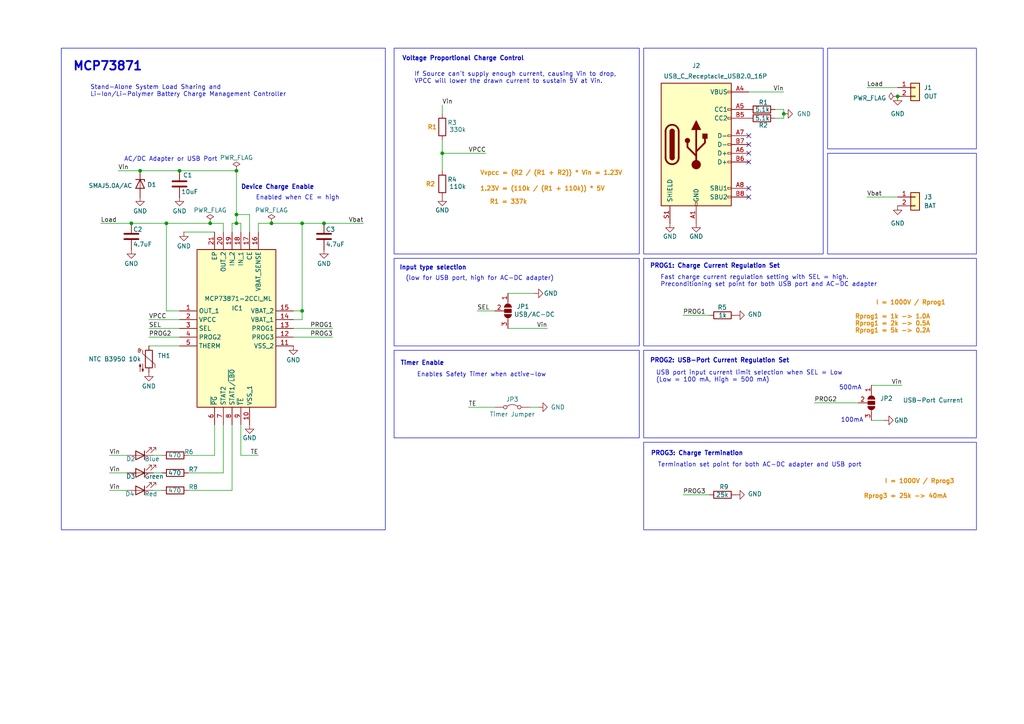
<source format=kicad_sch>
(kicad_sch (version 20250114) (generator "eeschema") (generator_version "9.0")
  (paper "A4")
  (lib_symbols
    (symbol "Connector:USB_C_Receptacle_USB2.0_16P" (pin_names (offset 1.016))
      (property "Reference" "J" (at 0 22.225 0))
      (property "Value" "USB_C_Receptacle_USB2.0_16P" (at 0 19.685 0))
      (symbol "USB_C_Receptacle_USB2.0_16P_0_0"
        (rectangle (start -0.254 -17.78) (end 0.254 -16.764))
        (rectangle (start 10.16 15.494) (end 9.144 14.986))
        (rectangle (start 10.16 10.414) (end 9.144 9.906))
        (rectangle (start 10.16 7.874) (end 9.144 7.366))
        (rectangle (start 10.16 2.794) (end 9.144 2.286))
        (rectangle (start 10.16 0.254) (end 9.144 -0.254))
        (rectangle (start 10.16 -2.286) (end 9.144 -2.794))
        (rectangle (start 10.16 -4.826) (end 9.144 -5.334))
        (rectangle (start 10.16 -12.446) (end 9.144 -12.954))
        (rectangle (start 10.16 -14.986) (end 9.144 -15.494))
      )
      (symbol "USB_C_Receptacle_USB2.0_16P_0_1"
        (rectangle (start -10.16 17.78) (end 10.16 -17.78) (stroke (width 0.254)) (fill (type background)))
        (polyline (pts (xy -8.89 -3.81) (xy -8.89 3.81)) (stroke (width 0.508)))
        (rectangle (start -7.62 -3.81) (end -6.35 3.81) (stroke (width 0.254)) (fill (type outline)))
        (arc (start -7.62 3.81) (mid -6.985 4.4423) (end -6.35 3.81) (stroke (width 0.254)))
        (arc (start -7.62 3.81) (mid -6.985 4.4423) (end -6.35 3.81) (stroke (width 0.254)) (fill (type outline)))
        (arc (start -8.89 3.81) (mid -6.985 5.7067) (end -5.08 3.81) (stroke (width 0.508)))
        (arc (start -5.08 -3.81) (mid -6.985 -5.7067) (end -8.89 -3.81) (stroke (width 0.508)))
        (arc (start -6.35 -3.81) (mid -6.985 -4.4423) (end -7.62 -3.81) (stroke (width 0.254)))
        (arc (start -6.35 -3.81) (mid -6.985 -4.4423) (end -7.62 -3.81) (stroke (width 0.254)) (fill (type outline)))
        (polyline (pts (xy -5.08 3.81) (xy -5.08 -3.81)) (stroke (width 0.508)))
        (circle (center -2.54 1.143) (radius 0.635) (stroke (width 0.254)) (fill (type outline)))
        (polyline (pts (xy -1.27 4.318) (xy 0 6.858) (xy 1.27 4.318) (xy -1.27 4.318)) (stroke (width 0.254)) (fill (type outline)))
        (polyline (pts (xy 0 -2.032) (xy 2.54 0.508) (xy 2.54 1.778)) (stroke (width 0.508)))
        (polyline (pts (xy 0 -3.302) (xy -2.54 -0.762) (xy -2.54 0.508)) (stroke (width 0.508)))
        (polyline (pts (xy 0 -5.842) (xy 0 4.318)) (stroke (width 0.508)))
        (circle (center 0 -5.842) (radius 1.27) (fill (type outline)))
        (rectangle (start 1.905 1.778) (end 3.175 3.048) (stroke (width 0.254)) (fill (type outline)))
      )
      (symbol "USB_C_Receptacle_USB2.0_16P_1_1"
        (pin passive line (at -7.62 -22.86 90) (length 5.08) (name "SHIELD") (number "S1"))
        (pin passive line (at 0 -22.86 90) (length 5.08) (name "GND") (number "A1"))
        (pin passive line (at 0 -22.86 90) (length 5.08) (hide yes) (name "GND") (number "A12"))
        (pin passive line (at 0 -22.86 90) (length 5.08) (hide yes) (name "GND") (number "B1"))
        (pin passive line (at 0 -22.86 90) (length 5.08) (hide yes) (name "GND") (number "B12"))
        (pin passive line (at 15.24 15.24 180) (length 5.08) (name "VBUS") (number "A4"))
        (pin passive line (at 15.24 15.24 180) (length 5.08) (hide yes) (name "VBUS") (number "A9"))
        (pin passive line (at 15.24 15.24 180) (length 5.08) (hide yes) (name "VBUS") (number "B4"))
        (pin passive line (at 15.24 15.24 180) (length 5.08) (hide yes) (name "VBUS") (number "B9"))
        (pin bidirectional line (at 15.24 10.16 180) (length 5.08) (name "CC1") (number "A5"))
        (pin bidirectional line (at 15.24 7.62 180) (length 5.08) (name "CC2") (number "B5"))
        (pin bidirectional line (at 15.24 2.54 180) (length 5.08) (name "D-") (number "A7"))
        (pin bidirectional line (at 15.24 0 180) (length 5.08) (name "D-") (number "B7"))
        (pin bidirectional line (at 15.24 -2.54 180) (length 5.08) (name "D+") (number "A6"))
        (pin bidirectional line (at 15.24 -5.08 180) (length 5.08) (name "D+") (number "B6"))
        (pin bidirectional line (at 15.24 -12.7 180) (length 5.08) (name "SBU1") (number "A8"))
        (pin bidirectional line (at 15.24 -15.24 180) (length 5.08) (name "SBU2") (number "B8"))
      )
    )
    (symbol "Connector_Generic:Conn_01x02" (pin_names (offset 1.016) (hide yes))
      (property "Reference" "J" (at 0 2.54 0))
      (property "Value" "Conn_01x02" (at 0 -5.08 0))
      (symbol "Conn_01x02_1_1"
        (rectangle (start -1.27 1.27) (end 1.27 -3.81) (stroke (width 0.254)) (fill (type background)))
        (rectangle (start -1.27 0.127) (end 0 -0.127) (stroke (width 0.1524)))
        (rectangle (start -1.27 -2.413) (end 0 -2.667) (stroke (width 0.1524)))
        (pin passive line (at -5.08 0 0) (length 3.81) (name "Pin_1") (number "1"))
        (pin passive line (at -5.08 -2.54 0) (length 3.81) (name "Pin_2") (number "2"))
      )
    )
    (symbol "Device:C" (pin_numbers (hide yes)) (pin_names (offset 0.254))
      (property "Reference" "C" (at 0.635 2.54 0))
      (property "Value" "C" (at 0.635 -2.54 0))
      (symbol "C_0_1"
        (polyline (pts (xy -2.032 0.762) (xy 2.032 0.762)) (stroke (width 0.508)))
        (polyline (pts (xy -2.032 -0.762) (xy 2.032 -0.762)) (stroke (width 0.508)))
      )
      (symbol "C_1_1"
        (pin passive line (at 0 3.81 270) (length 2.794) (name "~") (number "1"))
        (pin passive line (at 0 -3.81 90) (length 2.794) (name "~") (number "2"))
      )
    )
    (symbol "Device:D_Zener" (pin_numbers (hide yes)) (pin_names (offset 1.016) (hide yes))
      (property "Reference" "D" (at 0 2.54 0))
      (property "Value" "D_Zener" (at 0 -2.54 0))
      (symbol "D_Zener_0_1"
        (polyline (pts (xy -1.27 -1.27) (xy -1.27 1.27) (xy -0.762 1.27)) (stroke (width 0.254)))
        (polyline (pts (xy 1.27 0) (xy -1.27 0)))
        (polyline (pts (xy 1.27 -1.27) (xy 1.27 1.27) (xy -1.27 0) (xy 1.27 -1.27)) (stroke (width 0.254)))
      )
      (symbol "D_Zener_1_1"
        (pin passive line (at -3.81 0 0) (length 2.54) (name "K") (number "1"))
        (pin passive line (at 3.81 0 180) (length 2.54) (name "A") (number "2"))
      )
    )
    (symbol "Device:LED" (pin_numbers (hide yes)) (pin_names (offset 1.016) (hide yes))
      (property "Reference" "D" (at 0 2.54 0))
      (property "Value" "LED" (at 0 -2.54 0))
      (symbol "LED_0_1"
        (polyline (pts (xy -3.048 -0.762) (xy -4.572 -2.286) (xy -3.81 -2.286) (xy -4.572 -2.286) (xy -4.572 -1.524)))
        (polyline (pts (xy -1.778 -0.762) (xy -3.302 -2.286) (xy -2.54 -2.286) (xy -3.302 -2.286) (xy -3.302 -1.524)))
        (polyline (pts (xy -1.27 0) (xy 1.27 0)))
        (polyline (pts (xy -1.27 -1.27) (xy -1.27 1.27)) (stroke (width 0.254)))
        (polyline (pts (xy 1.27 -1.27) (xy 1.27 1.27) (xy -1.27 0) (xy 1.27 -1.27)) (stroke (width 0.254)))
      )
      (symbol "LED_1_1"
        (pin passive line (at -3.81 0 0) (length 2.54) (name "K") (number "1"))
        (pin passive line (at 3.81 0 180) (length 2.54) (name "A") (number "2"))
      )
    )
    (symbol "Device:R" (pin_numbers (hide yes)) (pin_names (offset 0))
      (property "Reference" "R" (at 2.032 0 90))
      (property "Value" "R" (at 0 0 90))
      (symbol "R_0_1"
        (rectangle (start -1.016 -2.54) (end 1.016 2.54) (stroke (width 0.254)))
      )
      (symbol "R_1_1"
        (pin passive line (at 0 3.81 270) (length 1.27) (name "~") (number "1"))
        (pin passive line (at 0 -3.81 90) (length 1.27) (name "~") (number "2"))
      )
    )
    (symbol "Device:Thermistor_NTC" (pin_numbers (hide yes)) (pin_names (offset 0))
      (property "Reference" "TH" (at -4.445 0 90))
      (property "Value" "Thermistor_NTC" (at 3.175 0 90))
      (symbol "Thermistor_NTC_0_1"
        (arc (start -3.175 2.413) (mid -3.0506 2.3165) (end -3.048 2.159))
        (arc (start -3.048 2.794) (mid -2.9736 2.9736) (end -2.794 3.048))
        (arc (start -2.794 3.048) (mid -2.6144 2.9736) (end -2.54 2.794))
        (arc (start -2.794 2.54) (mid -2.9736 2.6144) (end -3.048 2.794))
        (arc (start -2.794 1.905) (mid -2.9736 1.9794) (end -3.048 2.159))
        (arc (start -2.54 2.159) (mid -2.6144 1.9794) (end -2.794 1.905))
        (arc (start -2.159 2.794) (mid -2.434 2.5608) (end -2.794 2.54))
        (polyline (pts (xy -2.54 2.159) (xy -2.54 2.794)))
        (polyline (pts (xy -2.54 -3.683) (xy -2.54 -1.397) (xy -2.794 -2.159) (xy -2.286 -2.159) (xy -2.54 -1.397) (xy -2.54 -1.651)) (fill (type outline)))
        (polyline (pts (xy -1.778 2.54) (xy -1.778 1.524) (xy 1.778 -1.524) (xy 1.778 -2.54)))
        (polyline (pts (xy -1.778 -1.397) (xy -1.778 -3.683) (xy -2.032 -2.921) (xy -1.524 -2.921) (xy -1.778 -3.683) (xy -1.778 -3.429)) (fill (type outline)))
        (rectangle (start -1.016 2.54) (end 1.016 -2.54) (stroke (width 0.254)))
      )
      (symbol "Thermistor_NTC_1_1"
        (pin passive line (at 0 3.81 270) (length 1.27) (name "~") (number "1"))
        (pin passive line (at 0 -3.81 90) (length 1.27) (name "~") (number "2"))
      )
    )
    (symbol "Jumper:Jumper_2_Bridged" (pin_numbers (hide yes)) (pin_names (offset 0) (hide yes)) (exclude_from_sim yes)
      (property "Reference" "JP" (at 0 1.905 0))
      (property "Value" "Jumper_2_Bridged" (at 0 -2.54 0))
      (symbol "Jumper_2_Bridged_0_0"
        (circle (center -2.032 0) (radius 0.508))
        (circle (center 2.032 0) (radius 0.508))
      )
      (symbol "Jumper_2_Bridged_0_1"
        (arc (start -1.524 0.254) (mid 0 0.762) (end 1.524 0.254))
      )
      (symbol "Jumper_2_Bridged_1_1"
        (pin passive line (at -5.08 0 0) (length 2.54) (name "A") (number "1"))
        (pin passive line (at 5.08 0 180) (length 2.54) (name "B") (number "2"))
      )
    )
    (symbol "Jumper:SolderJumper_3_Open" (pin_names (offset 0) (hide yes)) (exclude_from_sim yes) (in_bom no)
      (property "Reference" "JP" (at -2.54 -2.54 0))
      (property "Value" "SolderJumper_3_Open" (at 0 2.794 0))
      (symbol "SolderJumper_3_Open_0_1"
        (polyline (pts (xy -2.54 0) (xy -2.032 0)))
        (polyline (pts (xy -1.016 1.016) (xy -1.016 -1.016)))
        (arc (start -1.016 -1.016) (mid -2.0276 0) (end -1.016 1.016))
        (arc (start -1.016 -1.016) (mid -2.0276 0) (end -1.016 1.016) (fill (type outline)))
        (rectangle (start -0.508 1.016) (end 0.508 -1.016) (fill (type outline)))
        (polyline (pts (xy 0 -1.27) (xy 0 -1.016)))
        (arc (start 1.016 1.016) (mid 2.0276 0) (end 1.016 -1.016))
        (arc (start 1.016 1.016) (mid 2.0276 0) (end 1.016 -1.016) (fill (type outline)))
        (polyline (pts (xy 1.016 1.016) (xy 1.016 -1.016)))
        (polyline (pts (xy 2.54 0) (xy 2.032 0)))
      )
      (symbol "SolderJumper_3_Open_1_1"
        (pin passive line (at -5.08 0 0) (length 2.54) (name "A") (number "1"))
        (pin passive line (at 0 -3.81 90) (length 2.54) (name "C") (number "2"))
        (pin passive line (at 5.08 0 180) (length 2.54) (name "B") (number "3"))
      )
    )
    (symbol "MCP73871-2CCI_ML:MCP73871-2CCI_ML"
      (property "Reference" "IC" (at 29.21 22.86 0))
      (property "Value" "MCP73871-2CCI_ML" (at 29.21 20.32 0))
      (symbol "MCP73871-2CCI_ML_1_1"
        (rectangle (start 5.08 17.78) (end 27.94 -27.94) (stroke (width 0.254)) (fill (type background)))
        (pin passive line (at 0 0 0) (length 5.08) (name "OUT_1") (number "1"))
        (pin passive line (at 0 -2.54 0) (length 5.08) (name "VPCC") (number "2"))
        (pin passive line (at 0 -5.08 0) (length 5.08) (name "SEL") (number "3"))
        (pin passive line (at 0 -7.62 0) (length 5.08) (name "PROG2") (number "4"))
        (pin passive line (at 0 -10.16 0) (length 5.08) (name "THERM") (number "5"))
        (pin passive line (at 10.16 22.86 270) (length 5.08) (name "EP") (number "21"))
        (pin passive line (at 10.16 -33.02 90) (length 5.08) (name "~{PG}") (number "6"))
        (pin passive line (at 12.7 22.86 270) (length 5.08) (name "OUT_2") (number "20"))
        (pin passive line (at 12.7 -33.02 90) (length 5.08) (name "STAT2") (number "7"))
        (pin passive line (at 15.24 22.86 270) (length 5.08) (name "IN_2") (number "19"))
        (pin passive line (at 15.24 -33.02 90) (length 5.08) (name "STAT1/~{LBO}") (number "8"))
        (pin passive line (at 17.78 22.86 270) (length 5.08) (name "IN_1") (number "18"))
        (pin passive line (at 17.78 -33.02 90) (length 5.08) (name "~{TE}") (number "9"))
        (pin passive line (at 20.32 22.86 270) (length 5.08) (name "CE") (number "17"))
        (pin passive line (at 20.32 -33.02 90) (length 5.08) (name "VSS_1") (number "10"))
        (pin passive line (at 22.86 22.86 270) (length 5.08) (name "VBAT_SENSE") (number "16"))
        (pin passive line (at 33.02 0 180) (length 5.08) (name "VBAT_2") (number "15"))
        (pin passive line (at 33.02 -2.54 180) (length 5.08) (name "VBAT_1") (number "14"))
        (pin passive line (at 33.02 -5.08 180) (length 5.08) (name "PROG1") (number "13"))
        (pin passive line (at 33.02 -7.62 180) (length 5.08) (name "PROG3") (number "12"))
        (pin passive line (at 33.02 -10.16 180) (length 5.08) (name "VSS_2") (number "11"))
      )
    )
    (symbol "power:GND" (power) (pin_numbers (hide yes)) (pin_names (offset 0) (hide yes))
      (property "Value" "GND" (at 0 -3.81 0))
      (symbol "GND_0_1"
        (polyline (pts (xy 0 0) (xy 0 -1.27) (xy 1.27 -1.27) (xy 0 -2.54) (xy -1.27 -1.27) (xy 0 -1.27)))
      )
      (symbol "GND_1_1"
        (pin power_in line (at 0 0 270) (length 0) (name "~") (number "1"))
      )
    )
    (symbol "power:PWR_FLAG" (power) (pin_numbers (hide yes)) (pin_names (offset 0) (hide yes))
      (property "Value" "PWR_FLAG" (at 0 3.81 0))
      (symbol "PWR_FLAG_0_0"
        (pin power_out line (at 0 0 90) (length 0) (name "~") (number "1"))
      )
      (symbol "PWR_FLAG_0_1"
        (polyline (pts (xy 0 0) (xy 0 1.27) (xy -1.016 1.905) (xy 0 2.54) (xy 1.016 1.905) (xy 0 1.27)))
      )
    )
  )
  (rectangle (start 186.69 128.27) (end 283.21 153.67))
  (rectangle (start 114.3 74.93) (end 185.42 100.33))
  (rectangle (start 114.3 101.6) (end 185.42 127))
  (rectangle (start 186.69 13.97) (end 238.76 73.66))
  (rectangle (start 186.69 101.6) (end 283.21 127))
  (rectangle (start 114.3 13.97) (end 185.42 73.66))
  (rectangle (start 186.69 74.93) (end 283.21 100.33))
  (rectangle (start 240.03 44.45) (end 283.21 73.66))
  (rectangle (start 17.78 13.97) (end 111.76 153.67))
  (rectangle (start 240.03 13.97) (end 283.21 43.18))
  (text "Vvpcc = (R2 / (R1 + R2)) * Vin = 1.23V" (at 139.192 50.292 0) (effects (font (size 1.27 1.27) (thickness 0.254) (bold yes)) (justify left)))
  (text "Stand-Alone System Load Sharing and \nLi-Ion/Li-Polymer Battery Charge Management Controller" (at 26.162 26.416 0) (effects (font (size 1.27 1.27)) (justify left)))
  (text "Device Charge Enable" (at 69.85 54.356 0) (effects (font (size 1.27 1.27) (thickness 0.254) (bold yes)) (justify left)))
  (text "USB port input current limit selection when SEL = Low \n(Low = 100 mA, High = 500 mA)" (at 190.246 109.22 0) (effects (font (size 1.27 1.27)) (justify left)))
  (text "AC/DC Adapter or USB Port" (at 49.53 46.228 0) (effects (font (size 1.27 1.27))))
  (text "I = 1000V / Rprog1" (at 254 87.884 0) (effects (font (size 1.27 1.27) (thickness 0.254) (bold yes)) (justify left)))
  (text "R2" (at 123.444 53.594 0) (effects (font (size 1.27 1.27) (thickness 0.254) (bold yes)) (justify left)))
  (text "R1" (at 123.952 37.084 0) (effects (font (size 1.27 1.27) (thickness 0.254) (bold yes)) (justify left)))
  (text "PROG2: USB-Port Current Regulation Set" (at 188.468 104.648 0) (effects (font (size 1.27 1.27) (thickness 0.254) (bold yes)) (justify left)))
  (text "Enables Safety Timer when active-low" (at 120.904 108.712 0) (effects (font (size 1.27 1.27)) (justify left)))
  (text "Fast charge current regulation setting with SEL = high. \nPreconditioning set point for both USB port and AC-DC adapter" (at 191.516 81.534 0) (effects (font (size 1.27 1.27)) (justify left)))
  (text "MCP73871" (at 31.242 19.304 0) (effects (font (size 2.5 2.5) (thickness 0.5) (bold yes))))
  (text "Voltage Proportional Charge Control" (at 116.586 17.018 0) (effects (font (size 1.27 1.27) (thickness 0.254) (bold yes)) (justify left)))
  (text "Rprog1 = 1k -> 1.0A" (at 247.904 91.948 0) (effects (font (size 1.27 1.27) (thickness 0.254) (bold yes)) (justify left)))
  (text "500mA" (at 243.332 112.522 0) (effects (font (size 1.27 1.27)) (justify left)))
  (text "If Source can't supply enough current, causing Vin to drop, \nVPCC will lower the drawn current to sustain 5V at Vin." (at 120.142 22.606 0) (effects (font (size 1.27 1.27)) (justify left)))
  (text "Rprog1 = 2k -> 0.5A" (at 247.904 93.98 0) (effects (font (size 1.27 1.27) (thickness 0.254) (bold yes)) (justify left)))
  (text "Enabled when CE = high" (at 74.168 57.404 0) (effects (font (size 1.27 1.27)) (justify left)))
  (text "100mA" (at 243.84 121.92 0) (effects (font (size 1.27 1.27)) (justify left)))
  (text "Termination set point for both AC-DC adapter and USB port" (at 190.754 134.874 0) (effects (font (size 1.27 1.27)) (justify left)))
  (text "I = 1000V / Rprog3" (at 256.54 139.7 0) (effects (font (size 1.27 1.27) (thickness 0.254) (bold yes)) (justify left)))
  (text "Rprog1 = 5k -> 0.2A" (at 247.904 96.012 0) (effects (font (size 1.27 1.27) (thickness 0.254) (bold yes)) (justify left)))
  (text "PROG3: Charge Termination" (at 188.722 131.572 0) (effects (font (size 1.27 1.27) (thickness 0.254) (bold yes)) (justify left)))
  (text "1.23V = (110k / (R1 + 110k)) * 5V" (at 139.192 54.864 0) (effects (font (size 1.27 1.27) (thickness 0.254) (bold yes)) (justify left)))
  (text "Timer Enable" (at 116.078 105.41 0) (effects (font (size 1.27 1.27) (thickness 0.254) (bold yes)) (justify left)))
  (text "PROG1: Charge Current Regulation Set" (at 188.468 77.216 0) (effects (font (size 1.27 1.27) (thickness 0.254) (bold yes)) (justify left)))
  (text "(low for USB port, high for AC-DC adapter)" (at 117.602 80.772 0) (effects (font (size 1.27 1.27)) (justify left)))
  (text "Input type selection " (at 115.824 77.724 0) (effects (font (size 1.27 1.27) (thickness 0.254) (bold yes)) (justify left)))
  (text "R1 = 337k" (at 141.986 58.674 0) (effects (font (size 1.27 1.27) (thickness 0.254) (bold yes)) (justify left)))
  (text "Rprog3 = 25k -> 40mA" (at 250.444 144.018 0) (effects (font (size 1.27 1.27) (thickness 0.254) (bold yes)) (justify left)))
  (junction (at 128.27 44.45))
  (junction (at 48.26 64.77))
  (junction (at 78.74 64.77))
  (junction (at 60.96 64.77))
  (junction (at 52.07 49.53))
  (junction (at 40.64 49.53))
  (junction (at 38.1 64.77))
  (junction (at 68.58 62.23))
  (junction (at 227.33 33.02))
  (junction (at 68.58 49.53))
  (junction (at 260.35 27.94))
  (junction (at 87.63 90.17))
  (junction (at 93.98 64.77))
  (junction (at 68.58 64.77))
  (junction (at 87.63 64.77))
  (no_connect (at 217.17 41.91))
  (no_connect (at 217.17 57.15))
  (no_connect (at 217.17 46.99))
  (no_connect (at 217.17 39.37))
  (no_connect (at 217.17 44.45))
  (no_connect (at 217.17 54.61))
  (wire (pts (xy 67.31 67.31) (xy 67.31 64.77)))
  (wire (pts (xy 78.74 64.77) (xy 87.63 64.77)))
  (wire (pts (xy 251.46 57.15) (xy 260.35 57.15)))
  (wire (pts (xy 135.89 118.11) (xy 143.51 118.11)))
  (wire (pts (xy 64.77 67.31) (xy 64.77 64.77)))
  (wire (pts (xy 147.32 95.25) (xy 158.75 95.25)))
  (wire (pts (xy 256.54 121.92) (xy 252.73 121.92)))
  (wire (pts (xy 227.33 33.02) (xy 227.33 34.29)))
  (wire (pts (xy 74.93 67.31) (xy 74.93 64.77)))
  (wire (pts (xy 68.58 62.23) (xy 68.58 64.77)))
  (wire (pts (xy 54.61 142.24) (xy 67.31 142.24)))
  (wire (pts (xy 128.27 40.64) (xy 128.27 44.45)))
  (wire (pts (xy 205.74 143.51) (xy 198.12 143.51)))
  (wire (pts (xy 85.09 90.17) (xy 87.63 90.17)))
  (wire (pts (xy 43.18 92.71) (xy 52.07 92.71)))
  (wire (pts (xy 38.1 64.77) (xy 48.26 64.77)))
  (wire (pts (xy 48.26 90.17) (xy 52.07 90.17)))
  (wire (pts (xy 48.26 64.77) (xy 48.26 90.17)))
  (wire (pts (xy 74.93 132.08) (xy 69.85 132.08)))
  (wire (pts (xy 64.77 64.77) (xy 60.96 64.77)))
  (wire (pts (xy 147.32 85.09) (xy 154.94 85.09)))
  (wire (pts (xy 68.58 49.53) (xy 68.58 62.23)))
  (wire (pts (xy 62.23 67.31) (xy 53.34 67.31)))
  (wire (pts (xy 64.77 137.16) (xy 64.77 123.19)))
  (wire (pts (xy 52.07 49.53) (xy 68.58 49.53)))
  (wire (pts (xy 67.31 64.77) (xy 68.58 64.77)))
  (wire (pts (xy 43.18 100.33) (xy 52.07 100.33)))
  (wire (pts (xy 128.27 44.45) (xy 140.97 44.45)))
  (wire (pts (xy 96.52 95.25) (xy 85.09 95.25)))
  (wire (pts (xy 31.75 132.08) (xy 36.83 132.08)))
  (wire (pts (xy 68.58 64.77) (xy 69.85 64.77)))
  (wire (pts (xy 43.18 95.25) (xy 52.07 95.25)))
  (wire (pts (xy 227.33 31.75) (xy 224.79 31.75)))
  (wire (pts (xy 44.45 142.24) (xy 46.99 142.24)))
  (wire (pts (xy 54.61 132.08) (xy 62.23 132.08)))
  (wire (pts (xy 44.45 132.08) (xy 46.99 132.08)))
  (wire (pts (xy 69.85 132.08) (xy 69.85 123.19)))
  (wire (pts (xy 60.96 64.77) (xy 48.26 64.77)))
  (wire (pts (xy 68.58 62.23) (xy 72.39 62.23)))
  (wire (pts (xy 227.33 31.75) (xy 227.33 33.02)))
  (wire (pts (xy 43.18 97.79) (xy 52.07 97.79)))
  (wire (pts (xy 93.98 64.77) (xy 105.41 64.77)))
  (wire (pts (xy 69.85 64.77) (xy 69.85 67.31)))
  (wire (pts (xy 29.21 64.77) (xy 38.1 64.77)))
  (wire (pts (xy 31.75 137.16) (xy 36.83 137.16)))
  (wire (pts (xy 248.92 116.84) (xy 236.22 116.84)))
  (wire (pts (xy 156.21 118.11) (xy 153.67 118.11)))
  (wire (pts (xy 67.31 142.24) (xy 67.31 123.19)))
  (wire (pts (xy 40.64 49.53) (xy 52.07 49.53)))
  (wire (pts (xy 62.23 132.08) (xy 62.23 123.19)))
  (wire (pts (xy 72.39 62.23) (xy 72.39 67.31)))
  (wire (pts (xy 227.33 34.29) (xy 224.79 34.29)))
  (wire (pts (xy 96.52 97.79) (xy 85.09 97.79)))
  (wire (pts (xy 54.61 137.16) (xy 64.77 137.16)))
  (wire (pts (xy 44.45 137.16) (xy 46.99 137.16)))
  (wire (pts (xy 128.27 30.48) (xy 128.27 33.02)))
  (wire (pts (xy 74.93 64.77) (xy 78.74 64.77)))
  (wire (pts (xy 128.27 44.45) (xy 128.27 49.53)))
  (wire (pts (xy 85.09 92.71) (xy 87.63 92.71)))
  (wire (pts (xy 34.29 49.53) (xy 40.64 49.53)))
  (wire (pts (xy 31.75 142.24) (xy 36.83 142.24)))
  (wire (pts (xy 87.63 92.71) (xy 87.63 90.17)))
  (wire (pts (xy 251.46 25.4) (xy 260.35 25.4)))
  (wire (pts (xy 87.63 64.77) (xy 93.98 64.77)))
  (wire (pts (xy 87.63 64.77) (xy 87.63 90.17)))
  (wire (pts (xy 205.74 91.44) (xy 198.12 91.44)))
  (wire (pts (xy 227.33 26.67) (xy 217.17 26.67)))
  (wire (pts (xy 261.62 111.76) (xy 252.73 111.76)))
  (wire (pts (xy 138.43 90.17) (xy 143.51 90.17)))
  (label "Vin" (at 158.75 95.25 180))
  (label "PROG3" (at 198.12 143.51 0))
  (label "TE" (at 74.93 132.08 180))
  (label "Vin" (at 128.27 30.48 0))
  (label "Vin" (at 227.33 26.67 180))
  (label "Vin" (at 31.75 142.24 0))
  (label "Vin" (at 31.75 132.08 0))
  (label "PROG2" (at 236.22 116.84 0))
  (label "Vin" (at 34.29 49.53 0))
  (label "PROG1" (at 198.12 91.44 0))
  (label "TE" (at 135.89 118.11 0))
  (label "Vbat" (at 105.41 64.77 180))
  (label "VPCC" (at 140.97 44.45 180))
  (label "Vin" (at 31.75 137.16 0))
  (label "Load" (at 251.46 25.4 0))
  (label "Load" (at 29.21 64.77 0))
  (label "VPCC" (at 43.18 92.71 0))
  (label "SEL" (at 138.43 90.17 0))
  (label "PROG3" (at 96.52 97.79 180))
  (label "Vbat" (at 251.46 57.15 0))
  (label "Vin" (at 261.62 111.76 180))
  (label "PROG1" (at 96.52 95.25 180))
  (label "PROG2" (at 43.18 97.79 0))
  (label "SEL" (at 43.18 95.25 0))
  (symbol (lib_id "Device:Thermistor_NTC") (at 43.18 104.14 0) (unit 1)
    (property "Reference" "TH1" (at 45.72 103.1874 0) (effects (justify left)))
    (property "Value" "NTC B3950 10k" (at 25.654 104.14 0) (effects (justify left)))
    (property "Footprint" "Connector_PinHeader_1.00mm:PinHeader_1x02_P1.00mm_Vertical" (effects (hide yes)))
    (property "Description" "Temperature dependent resistor, negative temperature coefficient" (effects (hide yes)))
  )
  (symbol (lib_id "Device:R") (at 50.8 137.16 90) (unit 1)
    (property "Reference" "R7" (at 57.404 136.144 90) (effects (justify left)))
    (property "Value" "470" (at 52.578 137.16 90) (effects (justify left)))
    (property "Description" "Resistor" (effects (hide yes)))
  )
  (symbol (lib_id "power:GND") (at 213.36 143.51 90) (unit 1)
    (property "Reference" "#PWR018" (effects (hide yes)))
    (property "Value" "GND" (at 218.948 143.256 90))
    (property "Description" "Power symbol creates a global label with name \"GND\" , ground" (effects (hide yes)))
  )
  (symbol (lib_id "power:GND") (at 213.36 91.44 90) (unit 1)
    (property "Reference" "#PWR013" (effects (hide yes)))
    (property "Value" "GND" (at 218.948 91.186 90))
    (property "Description" "Power symbol creates a global label with name \"GND\" , ground" (effects (hide yes)))
  )
  (symbol (lib_id "power:GND") (at 227.33 33.02 90) (unit 1)
    (property "Reference" "#PWR02" (effects (hide yes)))
    (property "Value" "GND" (at 231.14 33.0199 90) (effects (justify right)))
    (property "Description" "Power symbol creates a global label with name \"GND\" , ground" (effects (hide yes)))
  )
  (symbol (lib_id "power:GND") (at 40.64 57.15 0) (unit 1)
    (property "Reference" "#PWR03" (effects (hide yes)))
    (property "Value" "GND" (at 40.64 61.214 0))
    (property "Description" "Power symbol creates a global label with name \"GND\" , ground" (effects (hide yes)))
  )
  (symbol (lib_id "power:GND") (at 53.34 67.31 0) (unit 1)
    (property "Reference" "#PWR09" (effects (hide yes)))
    (property "Value" "GND" (at 53.34 71.374 0))
    (property "Description" "Power symbol creates a global label with name \"GND\" , ground" (effects (hide yes)))
  )
  (symbol (lib_id "power:GND") (at 154.94 85.09 90) (unit 1)
    (property "Reference" "#PWR012" (effects (hide yes)))
    (property "Value" "GND" (at 159.766 85.09 90))
    (property "Description" "Power symbol creates a global label with name \"GND\" , ground" (effects (hide yes)))
  )
  (symbol (lib_id "Device:C") (at 93.98 68.58 0) (unit 1)
    (property "Reference" "C3" (at 94.488 66.548 0) (effects (justify left)))
    (property "Value" "4.7uF" (at 94.488 70.866 0) (effects (justify left)))
    (property "Description" "Unpolarized capacitor" (effects (hide yes)))
  )
  (symbol (lib_id "Connector_Generic:Conn_01x02") (at 265.43 25.4 0) (unit 1)
    (property "Reference" "J1" (at 267.97 25.3999 0) (effects (justify left)))
    (property "Value" "OUT" (at 267.97 27.9399 0) (effects (justify left)))
    (property "Footprint" "Connector_JST:JST_XH_S2B-XH-A_1x02_P2.50mm_Horizontal" (effects (hide yes)))
    (property "Description" "Generic connector, single row, 01x02, script generated (kicad-library-utils/schlib/autogen/connector/)" (effects (hide yes)))
  )
  (symbol (lib_id "Jumper:Jumper_2_Bridged") (at 148.59 118.11 0) (unit 1)
    (property "Reference" "JP3" (at 148.59 115.824 0))
    (property "Value" "Timer Jumper" (at 148.59 120.142 0))
    (property "Footprint" "Jumper:SolderJumper-2_P1.3mm_Bridged_RoundedPad1.0x1.5mm" (effects (hide yes)))
    (property "Description" "Jumper, 2-pole, closed/bridged" (effects (hide yes)))
  )
  (symbol (lib_id "Device:C") (at 52.07 53.34 0) (unit 1)
    (property "Reference" "C1" (at 53.086 50.8 0) (effects (justify left)))
    (property "Value" "10uF" (at 52.578 55.626 0) (effects (justify left)))
    (property "Description" "Unpolarized capacitor" (effects (hide yes)))
  )
  (symbol (lib_id "power:GND") (at 260.35 27.94 0) (unit 1)
    (property "Reference" "#PWR01" (effects (hide yes)))
    (property "Value" "GND" (at 260.35 33.02 0))
    (property "Description" "Power symbol creates a global label with name \"GND\" , ground" (effects (hide yes)))
  )
  (symbol (lib_id "Jumper:SolderJumper_3_Open") (at 252.73 116.84 270) (unit 1) (in_bom no)
    (property "Reference" "JP2" (at 255.27 115.5699 90) (effects (justify left)))
    (property "Value" "USB-Port Current" (at 261.874 116.078 90) (effects (justify left)))
    (property "Footprint" "Jumper:SolderJumper-3_P1.3mm_Bridged12_RoundedPad1.0x1.5mm_NumberLabels" (effects (hide yes)))
    (property "Description" "Solder Jumper, 3-pole, open" (effects (hide yes)))
  )
  (symbol (lib_id "power:GND") (at 93.98 72.39 0) (unit 1)
    (property "Reference" "#PWR011" (effects (hide yes)))
    (property "Value" "GND" (at 93.98 76.454 0))
    (property "Description" "Power symbol creates a global label with name \"GND\" , ground" (effects (hide yes)))
  )
  (symbol (lib_id "power:GND") (at 43.18 107.95 0) (unit 1)
    (property "Reference" "#PWR015" (effects (hide yes)))
    (property "Value" "GND" (at 43.18 112.014 0))
    (property "Description" "Power symbol creates a global label with name \"GND\" , ground" (effects (hide yes)))
  )
  (symbol (lib_id "power:GND") (at 201.93 64.77 0) (unit 1)
    (property "Reference" "#PWR08" (effects (hide yes)))
    (property "Value" "GND" (at 201.93 68.58 0))
    (property "Description" "Power symbol creates a global label with name \"GND\" , ground" (effects (hide yes)))
  )
  (symbol (lib_id "MCP73871-2CCI_ML:MCP73871-2CCI_ML") (at 52.07 90.17 0) (unit 1)
    (property "Reference" "IC1" (at 68.834 89.408 0))
    (property "Value" "MCP73871-2CCI_ML" (at 69.088 86.614 0))
    (property "Footprint" "MCP73871-2CCI_ML:QFN50P400X400X100-21N-D" (effects (hide yes)))
    (property "Datasheet" "https://datasheet.datasheetarchive.com/originals/distributors/Datasheets-DGA15/728881.pdf" (effects (hide yes)))
    (property "Description" "Li-Ion Charger USB/DC 4.2V TE LBO QFN20" (effects (hide yes)))
    (property "Height" "1" (effects (hide yes)))
    (property "Mouser Part Number" "579-MCP73871-2CCI/ML" (effects (hide yes)))
    (property "Mouser Price/Stock" "https://www.mouser.co.uk/ProductDetail/Microchip-Technology/MCP73871-2CCI-ML?qs=qXsUupcbpXyQfJ2clznZxw%3D%3D" (effects (hide yes)))
    (property "Manufacturer_Name" "Microchip" (effects (hide yes)))
    (property "Manufacturer_Part_Number" "MCP73871-2CCI/ML" (effects (hide yes)))
  )
  (symbol (lib_id "power:GND") (at 156.21 118.11 90) (unit 1)
    (property "Reference" "#PWR019" (effects (hide yes)))
    (property "Value" "GND" (at 161.798 118.11 90))
    (property "Description" "Power symbol creates a global label with name \"GND\" , ground" (effects (hide yes)))
  )
  (symbol (lib_id "Device:LED") (at 40.64 132.08 180) (unit 1)
    (property "Reference" "D2" (at 36.576 133.096 0) (effects (justify right)))
    (property "Value" "Blue" (at 41.91 133.096 0) (effects (justify right)))
    (property "Description" "Light emitting diode" (effects (hide yes)))
    (property "Sim.Pins" "1=K 2=A" (effects (hide yes)))
  )
  (symbol (lib_id "power:GND") (at 85.09 100.33 0) (unit 1)
    (property "Reference" "#PWR014" (effects (hide yes)))
    (property "Value" "GND" (at 85.09 104.394 0))
    (property "Description" "Power symbol creates a global label with name \"GND\" , ground" (effects (hide yes)))
  )
  (symbol (lib_id "power:PWR_FLAG") (at 60.96 64.77 0) (unit 1)
    (property "Reference" "#FLG02" (effects (hide yes)))
    (property "Value" "PWR_FLAG" (at 60.96 60.96 0))
    (property "Description" "Special symbol for telling ERC where power comes from" (effects (hide yes)))
  )
  (symbol (lib_id "Connector:USB_C_Receptacle_USB2.0_16P") (at 201.93 41.91 0) (unit 1)
    (property "Reference" "J2" (at 201.93 19.05 0))
    (property "Value" "USB_C_Receptacle_USB2.0_16P" (at 207.518 22.098 0))
    (property "Footprint" "Connector_USB:USB_C_Receptacle_HRO_TYPE-C-31-M-12" (effects (hide yes)))
    (property "Datasheet" "https://www.usb.org/sites/default/files/documents/usb_type-c.zip" (effects (hide yes)))
    (property "Description" "USB 2.0-only 16P Type-C Receptacle connector" (effects (hide yes)))
  )
  (symbol (lib_id "power:PWR_FLAG") (at 68.58 49.53 0) (unit 1)
    (property "Reference" "#FLG01" (effects (hide yes)))
    (property "Value" "PWR_FLAG" (at 68.58 45.72 0))
    (property "Description" "Special symbol for telling ERC where power comes from" (effects (hide yes)))
  )
  (symbol (lib_id "Device:LED") (at 40.64 137.16 180) (unit 1)
    (property "Reference" "D3" (at 36.576 138.176 0) (effects (justify right)))
    (property "Value" "Green" (at 41.91 138.176 0) (effects (justify right)))
    (property "Description" "Light emitting diode" (effects (hide yes)))
    (property "Sim.Pins" "1=K 2=A" (effects (hide yes)))
  )
  (symbol (lib_id "Device:R") (at 50.8 142.24 90) (unit 1)
    (property "Reference" "R8" (at 57.404 141.224 90) (effects (justify left)))
    (property "Value" "470" (at 52.578 142.24 90) (effects (justify left)))
    (property "Description" "Resistor" (effects (hide yes)))
  )
  (symbol (lib_id "power:PWR_FLAG") (at 78.74 64.77 0) (unit 1)
    (property "Reference" "#FLG03" (effects (hide yes)))
    (property "Value" "PWR_FLAG" (at 78.74 60.96 0))
    (property "Description" "Special symbol for telling ERC where power comes from" (effects (hide yes)))
  )
  (symbol (lib_id "power:GND") (at 38.1 72.39 0) (unit 1)
    (property "Reference" "#PWR010" (effects (hide yes)))
    (property "Value" "GND" (at 38.1 76.454 0))
    (property "Description" "Power symbol creates a global label with name \"GND\" , ground" (effects (hide yes)))
  )
  (symbol (lib_id "power:GND") (at 52.07 57.15 0) (unit 1)
    (property "Reference" "#PWR04" (effects (hide yes)))
    (property "Value" "GND" (at 52.07 61.214 0))
    (property "Description" "Power symbol creates a global label with name \"GND\" , ground" (effects (hide yes)))
  )
  (symbol (lib_id "power:GND") (at 128.27 57.15 0) (unit 1)
    (property "Reference" "#PWR05" (effects (hide yes)))
    (property "Value" "GND" (at 128.27 60.96 0))
    (property "Description" "Power symbol creates a global label with name \"GND\" , ground" (effects (hide yes)))
  )
  (symbol (lib_id "Device:C") (at 38.1 68.58 0) (unit 1)
    (property "Reference" "C2" (at 38.608 66.548 0) (effects (justify left)))
    (property "Value" "4.7uF" (at 38.608 70.866 0) (effects (justify left)))
    (property "Description" "Unpolarized capacitor" (effects (hide yes)))
  )
  (symbol (lib_id "Device:R") (at 128.27 36.83 0) (unit 1)
    (property "Reference" "R3" (at 129.794 35.56 0) (effects (justify left)))
    (property "Value" "330k" (at 130.302 37.592 0) (effects (justify left)))
    (property "Description" "Resistor" (effects (hide yes)))
  )
  (symbol (lib_id "power:GND") (at 72.39 123.19 0) (unit 1)
    (property "Reference" "#PWR017" (effects (hide yes)))
    (property "Value" "GND" (at 72.39 127 0))
    (property "Description" "Power symbol creates a global label with name \"GND\" , ground" (effects (hide yes)))
  )
  (symbol (lib_id "Device:R") (at 220.98 34.29 90) (unit 1)
    (property "Reference" "R2" (at 222.758 36.322 90) (effects (justify left)))
    (property "Value" "5.1k" (at 223.266 34.29 90) (effects (justify left)))
    (property "Description" "Resistor" (effects (hide yes)))
  )
  (symbol (lib_id "Connector_Generic:Conn_01x02") (at 265.43 57.15 0) (unit 1)
    (property "Reference" "J3" (at 267.97 57.1499 0) (effects (justify left)))
    (property "Value" "BAT" (at 267.97 59.6899 0) (effects (justify left)))
    (property "Footprint" "Connector_JST:JST_XH_S2B-XH-A_1x02_P2.50mm_Horizontal" (effects (hide yes)))
    (property "Description" "Generic connector, single row, 01x02, script generated (kicad-library-utils/schlib/autogen/connector/)" (effects (hide yes)))
  )
  (symbol (lib_id "power:GND") (at 194.31 64.77 0) (unit 1)
    (property "Reference" "#PWR07" (effects (hide yes)))
    (property "Value" "GND" (at 194.31 68.58 0))
    (property "Description" "Power symbol creates a global label with name \"GND\" , ground" (effects (hide yes)))
  )
  (symbol (lib_id "Device:R") (at 50.8 132.08 90) (unit 1)
    (property "Reference" "R6" (at 56.134 131.064 90) (effects (justify left)))
    (property "Value" "470" (at 52.578 132.08 90) (effects (justify left)))
    (property "Description" "Resistor" (effects (hide yes)))
  )
  (symbol (lib_id "Device:R") (at 209.55 91.44 90) (unit 1)
    (property "Reference" "R5" (at 210.82 89.154 90) (effects (justify left)))
    (property "Value" "1k" (at 210.82 91.44 90) (effects (justify left)))
    (property "Description" "Resistor" (effects (hide yes)))
  )
  (symbol (lib_id "Jumper:SolderJumper_3_Open") (at 147.32 90.17 270) (unit 1) (in_bom no)
    (property "Reference" "JP1" (at 149.86 88.8999 90) (effects (justify left)))
    (property "Value" "USB/AC-DC" (at 149.098 91.186 90) (effects (justify left)))
    (property "Footprint" "Connector_PinHeader_2.54mm:PinHeader_1x03_P2.54mm_Horizontal" (effects (hide yes)))
    (property "Description" "Solder Jumper, 3-pole, open" (effects (hide yes)))
  )
  (symbol (lib_id "Device:R") (at 220.98 31.75 90) (unit 1)
    (property "Reference" "R1" (at 222.758 29.718 90) (effects (justify left)))
    (property "Value" "5.1k" (at 223.266 31.75 90) (effects (justify left)))
    (property "Description" "Resistor" (effects (hide yes)))
  )
  (symbol (lib_id "power:GND") (at 256.54 121.92 90) (unit 1)
    (property "Reference" "#PWR016" (effects (hide yes)))
    (property "Value" "GND" (at 261.366 121.92 90))
    (property "Description" "Power symbol creates a global label with name \"GND\" , ground" (effects (hide yes)))
  )
  (symbol (lib_id "power:PWR_FLAG") (at 260.35 27.94 90) (unit 1)
    (property "Reference" "#FLG04" (effects (hide yes)))
    (property "Value" "PWR_FLAG" (at 252.222 28.448 90))
    (property "Description" "Special symbol for telling ERC where power comes from" (effects (hide yes)))
  )
  (symbol (lib_id "power:GND") (at 260.35 59.69 0) (unit 1)
    (property "Reference" "#PWR06" (effects (hide yes)))
    (property "Value" "GND" (at 260.35 64.77 0))
    (property "Description" "Power symbol creates a global label with name \"GND\" , ground" (effects (hide yes)))
  )
  (symbol (lib_id "Device:R") (at 209.55 143.51 90) (unit 1)
    (property "Reference" "R9" (at 211.328 141.224 90) (effects (justify left)))
    (property "Value" "25k" (at 211.328 143.51 90) (effects (justify left)))
    (property "Description" "Resistor" (effects (hide yes)))
  )
  (symbol (lib_id "Device:D_Zener") (at 40.64 53.34 270) (unit 1)
    (property "Reference" "D1" (at 42.672 53.594 90) (effects (justify left)))
    (property "Value" "SMAJ5.0A/AC" (at 25.654 53.848 90) (effects (justify left)))
    (property "Description" "Zener diode" (effects (hide yes)))
  )
  (symbol (lib_id "Device:LED") (at 40.64 142.24 180) (unit 1)
    (property "Reference" "D4" (at 36.322 143.256 0) (effects (justify right)))
    (property "Value" "Red" (at 41.91 143.256 0) (effects (justify right)))
    (property "Description" "Light emitting diode" (effects (hide yes)))
    (property "Sim.Pins" "1=K 2=A" (effects (hide yes)))
  )
  (symbol (lib_id "Device:R") (at 128.27 53.34 0) (unit 1)
    (property "Reference" "R4" (at 129.794 52.07 0) (effects (justify left)))
    (property "Value" "110k" (at 130.302 54.102 0) (effects (justify left)))
    (property "Description" "Resistor" (effects (hide yes)))
  )
)
</source>
